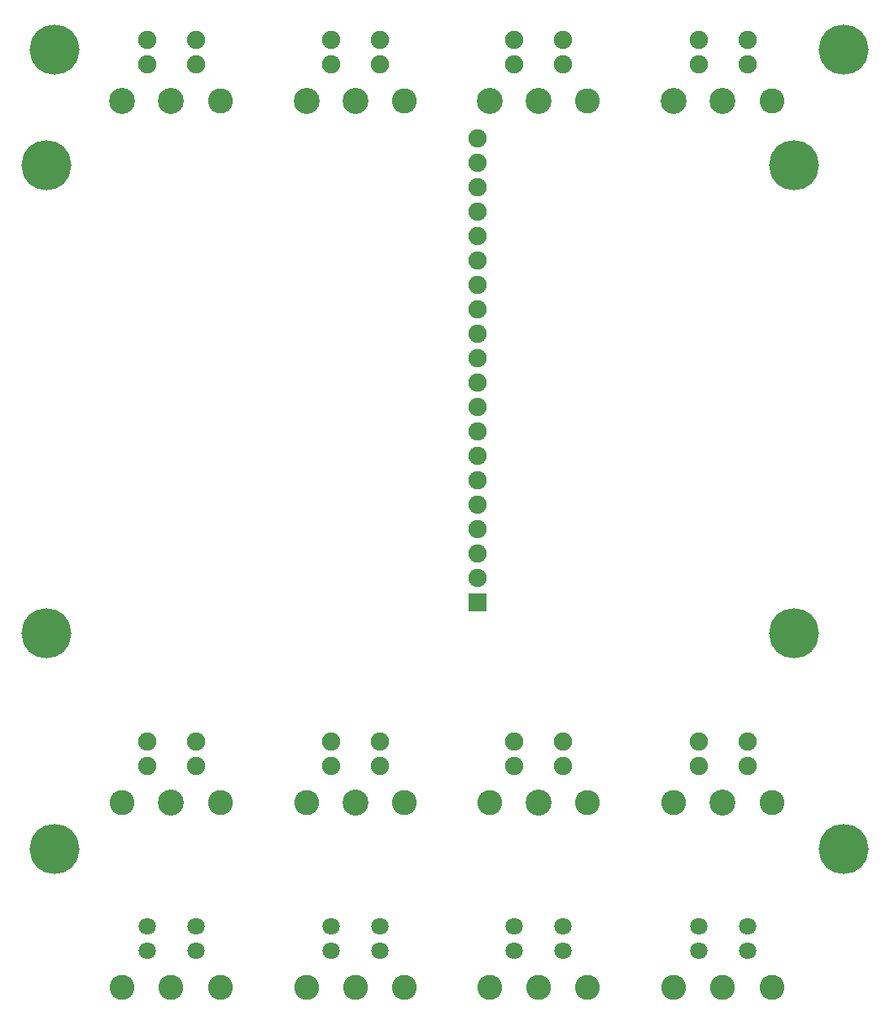
<source format=gts>
G04 Layer: TopSolderMaskLayer*
G04 EasyEDA v6.5.29, 2023-07-18 10:00:19*
G04 65aec9abdb6f4e73b05af1f89c23e90b,5a6b42c53f6a479593ecc07194224c93,10*
G04 Gerber Generator version 0.2*
G04 Scale: 100 percent, Rotated: No, Reflected: No *
G04 Dimensions in millimeters *
G04 leading zeros omitted , absolute positions ,4 integer and 5 decimal *
%FSLAX45Y45*%
%MOMM*%

%AMMACRO1*1,1,$1,$2,$3*1,1,$1,$4,$5*1,1,$1,0-$2,0-$3*1,1,$1,0-$4,0-$5*20,1,$1,$2,$3,$4,$5,0*20,1,$1,$4,$5,0-$2,0-$3,0*20,1,$1,0-$2,0-$3,0-$4,0-$5,0*20,1,$1,0-$4,0-$5,$2,$3,0*4,1,4,$2,$3,$4,$5,0-$2,0-$3,0-$4,0-$5,$2,$3,0*%
%ADD10C,1.9016*%
%ADD11MACRO1,0.1016X0.9X-0.9X0.9X0.9*%
%ADD12C,5.2032*%
%ADD13C,2.6016*%
%ADD14C,2.7032*%
%ADD15C,1.9032*%
%ADD16C,1.8016*%

%LPD*%
D10*
G01*
X4876800Y9931400D03*
D11*
G01*
X4876800Y5105400D03*
D10*
G01*
X4876800Y5359400D03*
G01*
X4876800Y5613400D03*
G01*
X4876800Y5867400D03*
G01*
X4876800Y6121400D03*
G01*
X4876800Y6375400D03*
G01*
X4876800Y6629400D03*
G01*
X4876800Y6883400D03*
G01*
X4876800Y7137400D03*
G01*
X4876800Y7391400D03*
G01*
X4876800Y7645400D03*
G01*
X4876800Y7899400D03*
G01*
X4876800Y8153400D03*
G01*
X4876800Y8407400D03*
G01*
X4876800Y8661400D03*
G01*
X4876800Y8915400D03*
G01*
X4876800Y9169400D03*
G01*
X4876800Y9423400D03*
G01*
X4876800Y9677400D03*
D12*
G01*
X469900Y2540000D03*
G01*
X8686800Y2540000D03*
G01*
X469900Y10858500D03*
G01*
X8686800Y10858500D03*
D13*
G01*
X1179093Y3022600D03*
G01*
X2197100Y3022600D03*
D14*
G01*
X1687093Y3022600D03*
D15*
G01*
X1943100Y3403600D03*
G01*
X1943100Y3657600D03*
G01*
X1435100Y3403600D03*
G01*
X1435100Y3657600D03*
G01*
X3354806Y3657600D03*
G01*
X3354806Y3403600D03*
G01*
X3862806Y3657600D03*
G01*
X3862806Y3403600D03*
D14*
G01*
X3606800Y3022600D03*
D13*
G01*
X4116806Y3022600D03*
G01*
X3098800Y3022600D03*
D15*
G01*
X5257800Y3657600D03*
G01*
X5257800Y3403600D03*
G01*
X5765800Y3657600D03*
G01*
X5765800Y3403600D03*
D14*
G01*
X5509793Y3022600D03*
D13*
G01*
X6019800Y3022600D03*
G01*
X5001793Y3022600D03*
D15*
G01*
X7175500Y3657600D03*
G01*
X7175500Y3403600D03*
G01*
X7683500Y3657600D03*
G01*
X7683500Y3403600D03*
D14*
G01*
X7427493Y3022600D03*
D13*
G01*
X7937500Y3022600D03*
G01*
X6919493Y3022600D03*
D16*
G01*
X1435100Y1739900D03*
G01*
X1435100Y1485900D03*
G01*
X1943100Y1739900D03*
G01*
X1943100Y1485900D03*
D13*
G01*
X1687093Y1104900D03*
G01*
X2197100Y1104900D03*
G01*
X1179093Y1104900D03*
D16*
G01*
X3352800Y1739900D03*
G01*
X3352800Y1485900D03*
G01*
X3860800Y1739900D03*
G01*
X3860800Y1485900D03*
D13*
G01*
X3604793Y1104900D03*
G01*
X4114800Y1104900D03*
G01*
X3096793Y1104900D03*
D16*
G01*
X5257800Y1739900D03*
G01*
X5257800Y1485900D03*
G01*
X5765800Y1739900D03*
G01*
X5765800Y1485900D03*
D13*
G01*
X5509793Y1104900D03*
G01*
X6019800Y1104900D03*
G01*
X5001793Y1104900D03*
D16*
G01*
X7175500Y1739900D03*
G01*
X7175500Y1485900D03*
G01*
X7683500Y1739900D03*
G01*
X7683500Y1485900D03*
D13*
G01*
X7427493Y1104900D03*
G01*
X7937500Y1104900D03*
G01*
X6919493Y1104900D03*
D15*
G01*
X1435100Y10960100D03*
G01*
X1435100Y10706100D03*
G01*
X1943100Y10960100D03*
G01*
X1943100Y10706100D03*
D14*
G01*
X1687093Y10325100D03*
D13*
G01*
X2197100Y10325100D03*
D14*
G01*
X1179093Y10325100D03*
D15*
G01*
X3352800Y10960100D03*
G01*
X3352800Y10706100D03*
G01*
X3860800Y10960100D03*
G01*
X3860800Y10706100D03*
D14*
G01*
X3604793Y10325100D03*
D13*
G01*
X4114800Y10325100D03*
D14*
G01*
X3096793Y10325100D03*
D15*
G01*
X5257800Y10960100D03*
G01*
X5257800Y10706100D03*
G01*
X5765800Y10960100D03*
G01*
X5765800Y10706100D03*
D14*
G01*
X5509793Y10325100D03*
D13*
G01*
X6019800Y10325100D03*
D14*
G01*
X5001793Y10325100D03*
D15*
G01*
X7175500Y10960100D03*
G01*
X7175500Y10706100D03*
G01*
X7683500Y10960100D03*
G01*
X7683500Y10706100D03*
D14*
G01*
X7427493Y10325100D03*
D13*
G01*
X7937500Y10325100D03*
D14*
G01*
X6919493Y10325100D03*
D12*
G01*
X386105Y4782007D03*
G01*
X8166100Y4782007D03*
G01*
X386105Y9652000D03*
G01*
X8166100Y9652000D03*
M02*

</source>
